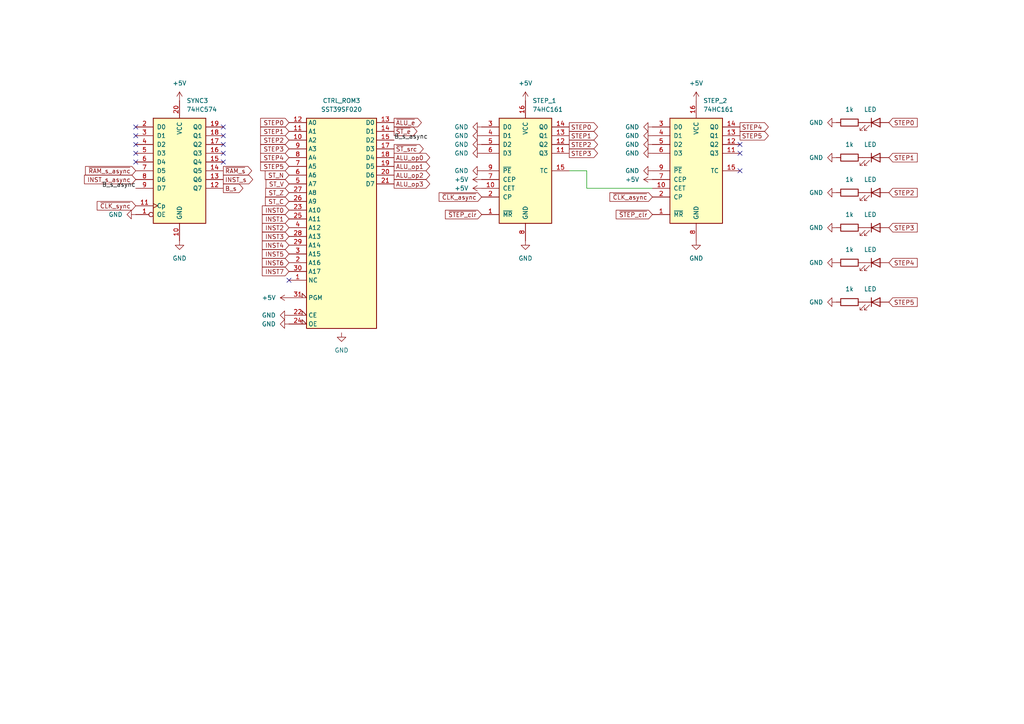
<source format=kicad_sch>
(kicad_sch (version 20211123) (generator eeschema)
  (paper "A4")
  (lib_symbols
    (symbol "74xx:74HCT574" (pin_names (offset 1.016))
      (property "Reference" "U" (at -7.62 16.51 0))
      (property "Value" "74HCT574" (at -7.62 -16.51 0))
      (symbol "74HCT574_1_0"
        (pin input inverted (at -12.7 -12.7 0) (length 5.08) (name "OE") (number "1"))
        (pin power_in line (at 0 -20.32 90) (length 5.08) (name "GND") (number "10"))
        (pin input clock (at -12.7 -10.16 0) (length 5.08) (name "Cp") (number "11"))
        (pin tri_state line (at 12.7 -5.08 180) (length 5.08) (name "Q7") (number "12"))
        (pin tri_state line (at 12.7 -2.54 180) (length 5.08) (name "Q6") (number "13"))
        (pin tri_state line (at 12.7 0 180) (length 5.08) (name "Q5") (number "14"))
        (pin tri_state line (at 12.7 2.54 180) (length 5.08) (name "Q4") (number "15"))
        (pin tri_state line (at 12.7 5.08 180) (length 5.08) (name "Q3") (number "16"))
        (pin tri_state line (at 12.7 7.62 180) (length 5.08) (name "Q2") (number "17"))
        (pin tri_state line (at 12.7 10.16 180) (length 5.08) (name "Q1") (number "18"))
        (pin tri_state line (at 12.7 12.7 180) (length 5.08) (name "Q0") (number "19"))
        (pin input line (at -12.7 12.7 0) (length 5.08) (name "D0") (number "2"))
        (pin power_in line (at 0 20.32 270) (length 5.08) (name "VCC") (number "20"))
        (pin input line (at -12.7 10.16 0) (length 5.08) (name "D1") (number "3"))
        (pin input line (at -12.7 7.62 0) (length 5.08) (name "D2") (number "4"))
        (pin input line (at -12.7 5.08 0) (length 5.08) (name "D3") (number "5"))
        (pin input line (at -12.7 2.54 0) (length 5.08) (name "D4") (number "6"))
        (pin input line (at -12.7 0 0) (length 5.08) (name "D5") (number "7"))
        (pin input line (at -12.7 -2.54 0) (length 5.08) (name "D6") (number "8"))
        (pin input line (at -12.7 -5.08 0) (length 5.08) (name "D7") (number "9"))
      )
      (symbol "74HCT574_1_1"
        (rectangle (start -7.62 15.24) (end 7.62 -15.24) (stroke (width 0.254)) (fill (type background)))
      )
    )
    (symbol "74xx:74LS161" (pin_names (offset 1.016))
      (property "Reference" "U" (at -7.62 16.51 0))
      (property "Value" "74LS161" (at -7.62 -16.51 0))
      (symbol "74LS161_1_0"
        (pin input line (at -12.7 -12.7 0) (length 5.08) (name "~{MR}") (number "1"))
        (pin input line (at -12.7 -5.08 0) (length 5.08) (name "CET") (number "10"))
        (pin output line (at 12.7 5.08 180) (length 5.08) (name "Q3") (number "11"))
        (pin output line (at 12.7 7.62 180) (length 5.08) (name "Q2") (number "12"))
        (pin output line (at 12.7 10.16 180) (length 5.08) (name "Q1") (number "13"))
        (pin output line (at 12.7 12.7 180) (length 5.08) (name "Q0") (number "14"))
        (pin output line (at 12.7 0 180) (length 5.08) (name "TC") (number "15"))
        (pin power_in line (at 0 20.32 270) (length 5.08) (name "VCC") (number "16"))
        (pin input line (at -12.7 -7.62 0) (length 5.08) (name "CP") (number "2"))
        (pin input line (at -12.7 12.7 0) (length 5.08) (name "D0") (number "3"))
        (pin input line (at -12.7 10.16 0) (length 5.08) (name "D1") (number "4"))
        (pin input line (at -12.7 7.62 0) (length 5.08) (name "D2") (number "5"))
        (pin input line (at -12.7 5.08 0) (length 5.08) (name "D3") (number "6"))
        (pin input line (at -12.7 -2.54 0) (length 5.08) (name "CEP") (number "7"))
        (pin power_in line (at 0 -20.32 90) (length 5.08) (name "GND") (number "8"))
        (pin input line (at -12.7 0 0) (length 5.08) (name "~{PE}") (number "9"))
      )
      (symbol "74LS161_1_1"
        (rectangle (start -7.62 15.24) (end 7.62 -15.24) (stroke (width 0.254)) (fill (type background)))
      )
    )
    (symbol "Device:LED" (pin_numbers hide) (pin_names (offset 1.016) hide)
      (property "Reference" "D" (at 0 2.54 0))
      (property "Value" "LED" (at 0 -2.54 0))
      (symbol "LED_0_1"
        (polyline (pts (xy -1.27 -1.27) (xy -1.27 1.27)) (stroke (width 0.254)))
        (polyline (pts (xy -1.27 0) (xy 1.27 0)))
        (polyline (pts (xy 1.27 -1.27) (xy 1.27 1.27) (xy -1.27 0) (xy 1.27 -1.27)) (stroke (width 0.254)))
        (polyline (pts (xy -3.048 -0.762) (xy -4.572 -2.286) (xy -3.81 -2.286) (xy -4.572 -2.286) (xy -4.572 -1.524)))
        (polyline (pts (xy -1.778 -0.762) (xy -3.302 -2.286) (xy -2.54 -2.286) (xy -3.302 -2.286) (xy -3.302 -1.524)))
      )
      (symbol "LED_1_1"
        (pin passive line (at -3.81 0 0) (length 2.54) (name "K") (number "1"))
        (pin passive line (at 3.81 0 180) (length 2.54) (name "A") (number "2"))
      )
    )
    (symbol "Device:R" (pin_numbers hide) (pin_names (offset 0))
      (property "Reference" "R" (at 2.032 0 90))
      (property "Value" "R" (at 0 0 90))
      (symbol "R_0_1"
        (rectangle (start -1.016 -2.54) (end 1.016 2.54) (stroke (width 0.254)))
      )
      (symbol "R_1_1"
        (pin passive line (at 0 3.81 270) (length 1.27) (name "~") (number "1"))
        (pin passive line (at 0 -3.81 90) (length 1.27) (name "~") (number "2"))
      )
    )
    (symbol "Memory_Flash:SST39SF020"
      (property "Reference" "U" (at 2.54 33.02 0))
      (property "Value" "SST39SF020" (at 0 -30.48 0))
      (symbol "SST39SF020_0_0"
        (pin power_in line (at 0 -30.48 90) (length 1.27) hide (name "GND") (number "16"))
        (pin power_in line (at 0 33.02 270) (length 1.27) hide (name "VCC") (number "32"))
      )
      (symbol "SST39SF020_0_1"
        (rectangle (start -10.16 31.75) (end 10.16 -29.21) (stroke (width 0.254)) (fill (type background)))
      )
      (symbol "SST39SF020_1_1"
        (pin input line (at -15.24 -15.24 0) (length 5.08) (name "NC") (number "1"))
        (pin input line (at -15.24 25.4 0) (length 5.08) (name "A2") (number "10"))
        (pin input line (at -15.24 27.94 0) (length 5.08) (name "A1") (number "11"))
        (pin input line (at -15.24 30.48 0) (length 5.08) (name "A0") (number "12"))
        (pin tri_state line (at 15.24 30.48 180) (length 5.08) (name "D0") (number "13"))
        (pin tri_state line (at 15.24 27.94 180) (length 5.08) (name "D1") (number "14"))
        (pin tri_state line (at 15.24 25.4 180) (length 5.08) (name "D2") (number "15"))
        (pin tri_state line (at 15.24 22.86 180) (length 5.08) (name "D3") (number "17"))
        (pin tri_state line (at 15.24 20.32 180) (length 5.08) (name "D4") (number "18"))
        (pin tri_state line (at 15.24 17.78 180) (length 5.08) (name "D5") (number "19"))
        (pin input line (at -15.24 -10.16 0) (length 5.08) (name "A16") (number "2"))
        (pin tri_state line (at 15.24 15.24 180) (length 5.08) (name "D6") (number "20"))
        (pin tri_state line (at 15.24 12.7 180) (length 5.08) (name "D7") (number "21"))
        (pin input input_low (at -15.24 -25.4 0) (length 5.08) (name "CE") (number "22"))
        (pin input line (at -15.24 5.08 0) (length 5.08) (name "A10") (number "23"))
        (pin input input_low (at -15.24 -27.94 0) (length 5.08) (name "OE") (number "24"))
        (pin input line (at -15.24 2.54 0) (length 5.08) (name "A11") (number "25"))
        (pin input line (at -15.24 7.62 0) (length 5.08) (name "A9") (number "26"))
        (pin input line (at -15.24 10.16 0) (length 5.08) (name "A8") (number "27"))
        (pin input line (at -15.24 -2.54 0) (length 5.08) (name "A13") (number "28"))
        (pin input line (at -15.24 -5.08 0) (length 5.08) (name "A14") (number "29"))
        (pin input line (at -15.24 -7.62 0) (length 5.08) (name "A15") (number "3"))
        (pin input line (at -15.24 -12.7 0) (length 5.08) (name "A17") (number "30"))
        (pin input input_low (at -15.24 -20.32 0) (length 5.08) (name "PGM") (number "31"))
        (pin input line (at -15.24 0 0) (length 5.08) (name "A12") (number "4"))
        (pin input line (at -15.24 12.7 0) (length 5.08) (name "A7") (number "5"))
        (pin input line (at -15.24 15.24 0) (length 5.08) (name "A6") (number "6"))
        (pin input line (at -15.24 17.78 0) (length 5.08) (name "A5") (number "7"))
        (pin input line (at -15.24 20.32 0) (length 5.08) (name "A4") (number "8"))
        (pin input line (at -15.24 22.86 0) (length 5.08) (name "A3") (number "9"))
      )
    )
    (symbol "power:+5V" (power) (pin_names (offset 0))
      (property "Value" "+5V" (at 0 3.556 0))
      (symbol "+5V_0_1"
        (polyline (pts (xy -0.762 1.27) (xy 0 2.54)))
        (polyline (pts (xy 0 0) (xy 0 2.54)))
        (polyline (pts (xy 0 2.54) (xy 0.762 1.27)))
      )
      (symbol "+5V_1_1"
        (pin power_in line (at 0 0 90) (length 0) hide (name "+5V") (number "1"))
      )
    )
    (symbol "power:GND" (power) (pin_names (offset 0))
      (property "Value" "GND" (at 0 -3.81 0))
      (symbol "GND_0_1"
        (polyline (pts (xy 0 0) (xy 0 -1.27) (xy 1.27 -1.27) (xy 0 -2.54) (xy -1.27 -1.27) (xy 0 -1.27)))
      )
      (symbol "GND_1_1"
        (pin power_in line (at 0 0 270) (length 0) hide (name "GND") (number "1"))
      )
    )
  )
  (no_connect (at 214.63 41.91))
  (no_connect (at 214.63 44.45))
  (no_connect (at 64.77 41.91))
  (no_connect (at 64.77 36.83))
  (no_connect (at 39.37 46.99))
  (no_connect (at 39.37 36.83))
  (no_connect (at 83.82 81.28))
  (no_connect (at 39.37 41.91))
  (no_connect (at 64.77 39.37))
  (no_connect (at 64.77 44.45))
  (no_connect (at 214.63 49.53))
  (no_connect (at 39.37 44.45))
  (no_connect (at 39.37 39.37))
  (no_connect (at 64.77 46.99))
  (wire (pts (xy 170.18 49.53) (xy 170.18 54.61)))
  (wire (pts (xy 165.1 49.53) (xy 170.18 49.53)))
  (wire (pts (xy 170.18 54.61) (xy 189.23 54.61)))
  (label "B_s_async" (at 39.37 54.61 180))
  (label "B_s_async" (at 114.3 40.64 0))
  (global_label "INST5" (shape input) (at 83.82 73.66 180) (property "Intersheet References" "${INTERSHEET_REFS}" (effects hide)))
  (global_label "~{CLK_sync}" (shape input) (at 39.37 59.69 180) (property "Intersheet References" "${INTERSHEET_REFS}" (effects hide)))
  (global_label "STEP4" (shape output) (at 214.63 36.83 0) (property "Intersheet References" "${INTERSHEET_REFS}" (effects hide)))
  (global_label "ST_Z" (shape input) (at 83.82 55.88 180) (property "Intersheet References" "${INTERSHEET_REFS}" (effects hide)))
  (global_label "~{ALU_e}" (shape output) (at 114.3 35.56 0) (property "Intersheet References" "${INTERSHEET_REFS}" (effects hide)))
  (global_label "STEP4" (shape input) (at 83.82 45.72 180) (property "Intersheet References" "${INTERSHEET_REFS}" (effects hide)))
  (global_label "INST_s" (shape output) (at 64.77 52.07 0) (property "Intersheet References" "${INTERSHEET_REFS}" (effects hide)))
  (global_label "STEP3" (shape output) (at 165.1 44.45 0) (property "Intersheet References" "${INTERSHEET_REFS}" (effects hide)))
  (global_label "INST3" (shape input) (at 83.82 68.58 180) (property "Intersheet References" "${INTERSHEET_REFS}" (effects hide)))
  (global_label "ALU_op3" (shape output) (at 114.3 53.34 0) (property "Intersheet References" "${INTERSHEET_REFS}" (effects hide)))
  (global_label "INST0" (shape input) (at 83.82 60.96 180) (property "Intersheet References" "${INTERSHEET_REFS}" (effects hide)))
  (global_label "~{RAM_s}" (shape output) (at 64.77 49.53 0) (property "Intersheet References" "${INTERSHEET_REFS}" (effects hide)))
  (global_label "ALU_op2" (shape output) (at 114.3 50.8 0) (property "Intersheet References" "${INTERSHEET_REFS}" (effects hide)))
  (global_label "~{CLK_async}" (shape input) (at 189.23 57.15 180) (property "Intersheet References" "${INTERSHEET_REFS}" (effects hide)))
  (global_label "INST7" (shape input) (at 83.82 78.74 180) (property "Intersheet References" "${INTERSHEET_REFS}" (effects hide)))
  (global_label "ST_V" (shape input) (at 83.82 53.34 180) (property "Intersheet References" "${INTERSHEET_REFS}" (effects hide)))
  (global_label "STEP1" (shape output) (at 165.1 39.37 0) (property "Intersheet References" "${INTERSHEET_REFS}" (effects hide)))
  (global_label "STEP5" (shape input) (at 257.81 87.63 0) (property "Intersheet References" "${INTERSHEET_REFS}" (effects hide)))
  (global_label "STEP0" (shape input) (at 257.81 35.56 0) (property "Intersheet References" "${INTERSHEET_REFS}" (effects hide)))
  (global_label "INST6" (shape input) (at 83.82 76.2 180) (property "Intersheet References" "${INTERSHEET_REFS}" (effects hide)))
  (global_label "INST_s_async" (shape input) (at 39.37 52.07 180) (property "Intersheet References" "${INTERSHEET_REFS}" (effects hide)))
  (global_label "~{STEP_clr}" (shape input) (at 189.23 62.23 180) (property "Intersheet References" "${INTERSHEET_REFS}" (effects hide)))
  (global_label "ST_N" (shape input) (at 83.82 50.8 180) (property "Intersheet References" "${INTERSHEET_REFS}" (effects hide)))
  (global_label "~{RAM_s_async}" (shape input) (at 39.37 49.53 180) (property "Intersheet References" "${INTERSHEET_REFS}" (effects hide)))
  (global_label "~{ST_src}" (shape output) (at 114.3 43.18 0) (property "Intersheet References" "${INTERSHEET_REFS}" (effects hide)))
  (global_label "STEP3" (shape input) (at 257.81 66.04 0) (property "Intersheet References" "${INTERSHEET_REFS}" (effects hide)))
  (global_label "STEP0" (shape input) (at 83.82 35.56 180) (property "Intersheet References" "${INTERSHEET_REFS}" (effects hide)))
  (global_label "INST2" (shape input) (at 83.82 66.04 180) (property "Intersheet References" "${INTERSHEET_REFS}" (effects hide)))
  (global_label "B_s" (shape output) (at 64.77 54.61 0) (property "Intersheet References" "${INTERSHEET_REFS}" (effects hide)))
  (global_label "STEP5" (shape output) (at 214.63 39.37 0) (property "Intersheet References" "${INTERSHEET_REFS}" (effects hide)))
  (global_label "STEP2" (shape output) (at 165.1 41.91 0) (property "Intersheet References" "${INTERSHEET_REFS}" (effects hide)))
  (global_label "INST4" (shape input) (at 83.82 71.12 180) (property "Intersheet References" "${INTERSHEET_REFS}" (effects hide)))
  (global_label "INST1" (shape input) (at 83.82 63.5 180) (property "Intersheet References" "${INTERSHEET_REFS}" (effects hide)))
  (global_label "ALU_op0" (shape output) (at 114.3 45.72 0) (property "Intersheet References" "${INTERSHEET_REFS}" (effects hide)))
  (global_label "ST_C" (shape input) (at 83.82 58.42 180) (property "Intersheet References" "${INTERSHEET_REFS}" (effects hide)))
  (global_label "STEP2" (shape input) (at 257.81 55.88 0) (property "Intersheet References" "${INTERSHEET_REFS}" (effects hide)))
  (global_label "STEP4" (shape input) (at 257.81 76.2 0) (property "Intersheet References" "${INTERSHEET_REFS}" (effects hide)))
  (global_label "~{CLK_async}" (shape input) (at 139.7 57.15 180) (property "Intersheet References" "${INTERSHEET_REFS}" (effects hide)))
  (global_label "STEP2" (shape input) (at 83.82 40.64 180) (property "Intersheet References" "${INTERSHEET_REFS}" (effects hide)))
  (global_label "STEP0" (shape output) (at 165.1 36.83 0) (property "Intersheet References" "${INTERSHEET_REFS}" (effects hide)))
  (global_label "STEP3" (shape input) (at 83.82 43.18 180) (property "Intersheet References" "${INTERSHEET_REFS}" (effects hide)))
  (global_label "STEP1" (shape input) (at 83.82 38.1 180) (property "Intersheet References" "${INTERSHEET_REFS}" (effects hide)))
  (global_label "~{STEP_clr}" (shape input) (at 139.7 62.23 180) (property "Intersheet References" "${INTERSHEET_REFS}" (effects hide)))
  (global_label "STEP5" (shape input) (at 83.82 48.26 180) (property "Intersheet References" "${INTERSHEET_REFS}" (effects hide)))
  (global_label "~{ST_e}" (shape output) (at 114.3 38.1 0) (property "Intersheet References" "${INTERSHEET_REFS}" (effects hide)))
  (global_label "ALU_op1" (shape output) (at 114.3 48.26 0) (property "Intersheet References" "${INTERSHEET_REFS}" (effects hide)))
  (global_label "STEP1" (shape input) (at 257.81 45.72 0) (property "Intersheet References" "${INTERSHEET_REFS}" (effects hide)))
  (symbol (lib_id "Memory_Flash:SST39SF020") (at 99.06 66.04 0) (unit 1)
    (property "Reference" "CTRL_ROM3" (at 99.06 29.21 0))
    (property "Value" "SST39SF020" (at 99.06 31.75 0))
    (property "Datasheet" "http://ww1.microchip.com/downloads/en/DeviceDoc/25022B.pdf" (effects hide))
  )
  (symbol (lib_id "power:GND") (at 189.23 36.83 270) (unit 1)
    (property "Reference" "#PWR0249" (effects hide))
    (property "Value" "GND" (at 185.42 36.8299 90) (effects (justify right)))
  )
  (symbol (lib_id "Device:R") (at 246.38 55.88 270) (unit 1)
    (property "Reference" "RSTEP2" (effects hide))
    (property "Value" "1k" (at 246.38 52.07 90))
  )
  (symbol (lib_id "Device:R") (at 246.38 45.72 270) (unit 1)
    (property "Reference" "RSTEP1" (effects hide))
    (property "Value" "1k" (at 246.38 41.91 90))
  )
  (symbol (lib_id "Device:R") (at 246.38 35.56 270) (unit 1)
    (property "Reference" "RSTEP0" (effects hide))
    (property "Value" "1k" (at 246.38 31.75 90))
  )
  (symbol (lib_id "power:GND") (at 139.7 39.37 270) (unit 1)
    (property "Reference" "#PWR0256" (effects hide))
    (property "Value" "GND" (at 135.89 39.3699 90) (effects (justify right)))
  )
  (symbol (lib_id "Device:LED") (at 254 66.04 0) (unit 1)
    (property "Reference" "LEDSTEP3" (effects hide))
    (property "Value" "LED" (at 252.4125 62.23 0))
  )
  (symbol (lib_id "Device:R") (at 246.38 66.04 270) (unit 1)
    (property "Reference" "RSTEP3" (effects hide))
    (property "Value" "1k" (at 246.38 62.23 90))
  )
  (symbol (lib_id "power:+5V") (at 201.93 29.21 0) (unit 1)
    (property "Reference" "#PWR0250" (effects hide))
    (property "Value" "+5V" (at 201.93 24.13 0))
  )
  (symbol (lib_id "power:GND") (at 242.57 55.88 270) (unit 1)
    (property "Reference" "#PWR0300" (effects hide))
    (property "Value" "GND" (at 238.76 55.8799 90) (effects (justify right)))
  )
  (symbol (lib_id "power:+5V") (at 189.23 52.07 90) (unit 1)
    (property "Reference" "#PWR0245" (effects hide))
    (property "Value" "+5V" (at 185.42 52.0699 90) (effects (justify left)))
  )
  (symbol (lib_id "power:GND") (at 242.57 76.2 270) (unit 1)
    (property "Reference" "#PWR0301" (effects hide))
    (property "Value" "GND" (at 238.76 76.1999 90) (effects (justify right)))
  )
  (symbol (lib_id "power:GND") (at 189.23 44.45 270) (unit 1)
    (property "Reference" "#PWR0251" (effects hide))
    (property "Value" "GND" (at 185.42 44.4499 90) (effects (justify right)))
  )
  (symbol (lib_id "74xx:74LS161") (at 152.4 49.53 0) (unit 1)
    (property "Reference" "STEP_1" (at 154.4194 29.21 0) (effects (justify left)))
    (property "Value" "74HC161" (at 154.4194 31.75 0) (effects (justify left)))
    (property "Datasheet" "http://www.ti.com/lit/gpn/sn74LS161" (effects hide))
  )
  (symbol (lib_id "power:+5V") (at 52.07 29.21 0) (unit 1)
    (property "Reference" "#PWR0261" (effects hide))
    (property "Value" "+5V" (at 52.07 24.13 0))
  )
  (symbol (lib_id "power:GND") (at 152.4 69.85 0) (unit 1)
    (property "Reference" "#PWR0246" (effects hide))
    (property "Value" "GND" (at 152.4 74.93 0))
  )
  (symbol (lib_id "Device:LED") (at 254 87.63 0) (unit 1)
    (property "Reference" "LEDSTEP5" (effects hide))
    (property "Value" "LED" (at 252.4125 83.82 0))
  )
  (symbol (lib_id "power:GND") (at 242.57 35.56 270) (unit 1)
    (property "Reference" "#PWR0298" (effects hide))
    (property "Value" "GND" (at 238.76 35.5599 90) (effects (justify right)))
  )
  (symbol (lib_id "Device:R") (at 246.38 76.2 270) (unit 1)
    (property "Reference" "RSTEP4" (effects hide))
    (property "Value" "1k" (at 246.38 72.39 90))
  )
  (symbol (lib_id "power:GND") (at 139.7 36.83 270) (unit 1)
    (property "Reference" "#PWR0257" (effects hide))
    (property "Value" "GND" (at 135.89 36.8299 90) (effects (justify right)))
  )
  (symbol (lib_id "Device:LED") (at 254 35.56 0) (unit 1)
    (property "Reference" "LEDSTEP0" (effects hide))
    (property "Value" "LED" (at 252.4125 31.75 0))
  )
  (symbol (lib_id "power:GND") (at 99.06 96.52 0) (unit 1)
    (property "Reference" "#PWR0264" (effects hide))
    (property "Value" "GND" (at 99.06 101.6 0))
  )
  (symbol (lib_id "power:+5V") (at 152.4 29.21 0) (unit 1)
    (property "Reference" "#PWR0254" (effects hide))
    (property "Value" "+5V" (at 152.4 24.13 0))
  )
  (symbol (lib_id "power:GND") (at 83.82 91.44 270) (unit 1)
    (property "Reference" "#PWR0266" (effects hide))
    (property "Value" "GND" (at 80.01 91.4399 90) (effects (justify right)))
  )
  (symbol (lib_id "power:GND") (at 139.7 41.91 270) (unit 1)
    (property "Reference" "#PWR0253" (effects hide))
    (property "Value" "GND" (at 135.89 41.9099 90) (effects (justify right)))
  )
  (symbol (lib_id "power:GND") (at 242.57 87.63 270) (unit 1)
    (property "Reference" "#PWR0302" (effects hide))
    (property "Value" "GND" (at 238.76 87.6299 90) (effects (justify right)))
  )
  (symbol (lib_id "power:GND") (at 139.7 44.45 270) (unit 1)
    (property "Reference" "#PWR0255" (effects hide))
    (property "Value" "GND" (at 135.89 44.4499 90) (effects (justify right)))
  )
  (symbol (lib_id "power:+5V") (at 139.7 54.61 90) (unit 1)
    (property "Reference" "#PWR0263" (effects hide))
    (property "Value" "+5V" (at 135.89 54.6099 90) (effects (justify left)))
  )
  (symbol (lib_id "power:+5V") (at 139.7 52.07 90) (unit 1)
    (property "Reference" "#PWR0262" (effects hide))
    (property "Value" "+5V" (at 135.89 52.0699 90) (effects (justify left)))
  )
  (symbol (lib_id "power:GND") (at 83.82 93.98 270) (unit 1)
    (property "Reference" "#PWR0267" (effects hide))
    (property "Value" "GND" (at 80.01 93.9799 90) (effects (justify right)))
  )
  (symbol (lib_id "Device:R") (at 246.38 87.63 270) (unit 1)
    (property "Reference" "RSTEP5" (effects hide))
    (property "Value" "1k" (at 246.38 83.82 90))
  )
  (symbol (lib_id "Device:LED") (at 254 55.88 0) (unit 1)
    (property "Reference" "LEDSTEP2" (effects hide))
    (property "Value" "LED" (at 252.4125 52.07 0))
  )
  (symbol (lib_id "Device:LED") (at 254 45.72 0) (unit 1)
    (property "Reference" "LEDSTEP1" (effects hide))
    (property "Value" "LED" (at 252.4125 41.91 0))
  )
  (symbol (lib_id "Device:LED") (at 254 76.2 0) (unit 1)
    (property "Reference" "LEDSTEP4" (effects hide))
    (property "Value" "LED" (at 252.4125 72.39 0))
  )
  (symbol (lib_id "power:GND") (at 242.57 66.04 270) (unit 1)
    (property "Reference" "#PWR0299" (effects hide))
    (property "Value" "GND" (at 238.76 66.0399 90) (effects (justify right)))
  )
  (symbol (lib_id "power:GND") (at 189.23 49.53 270) (unit 1)
    (property "Reference" "#PWR0244" (effects hide))
    (property "Value" "GND" (at 185.42 49.5299 90) (effects (justify right)))
  )
  (symbol (lib_id "74xx:74LS161") (at 201.93 49.53 0) (unit 1)
    (property "Reference" "STEP_2" (at 203.9494 29.21 0) (effects (justify left)))
    (property "Value" "74HC161" (at 203.9494 31.75 0) (effects (justify left)))
    (property "Datasheet" "http://www.ti.com/lit/gpn/sn74LS161" (effects hide))
  )
  (symbol (lib_id "power:GND") (at 189.23 41.91 270) (unit 1)
    (property "Reference" "#PWR0248" (effects hide))
    (property "Value" "GND" (at 185.42 41.9099 90) (effects (justify right)))
  )
  (symbol (lib_id "power:+5V") (at 83.82 86.36 90) (unit 1)
    (property "Reference" "#PWR0129" (effects hide))
    (property "Value" "+5V" (at 80.01 86.3599 90) (effects (justify left)))
  )
  (symbol (lib_id "74xx:74HCT574") (at 52.07 49.53 0) (unit 1)
    (property "Reference" "SYNC3" (at 54.0894 29.21 0) (effects (justify left)))
    (property "Value" "74HC574" (at 54.0894 31.75 0) (effects (justify left)))
    (property "Datasheet" "http://www.ti.com/lit/gpn/sn74HCT574" (effects hide))
  )
  (symbol (lib_id "power:GND") (at 39.37 62.23 270) (unit 1)
    (property "Reference" "#PWR0259" (effects hide))
    (property "Value" "GND" (at 35.56 62.2299 90) (effects (justify right)))
  )
  (symbol (lib_id "power:GND") (at 139.7 49.53 270) (unit 1)
    (property "Reference" "#PWR0258" (effects hide))
    (property "Value" "GND" (at 135.89 49.5299 90) (effects (justify right)))
  )
  (symbol (lib_id "power:GND") (at 189.23 39.37 270) (unit 1)
    (property "Reference" "#PWR0247" (effects hide))
    (property "Value" "GND" (at 185.42 39.3699 90) (effects (justify right)))
  )
  (symbol (lib_id "power:GND") (at 201.93 69.85 0) (unit 1)
    (property "Reference" "#PWR0252" (effects hide))
    (property "Value" "GND" (at 201.93 74.93 0))
  )
  (symbol (lib_id "power:GND") (at 242.57 45.72 270) (unit 1)
    (property "Reference" "#PWR0297" (effects hide))
    (property "Value" "GND" (at 238.76 45.7199 90) (effects (justify right)))
  )
  (symbol (lib_id "power:GND") (at 52.07 69.85 0) (unit 1)
    (property "Reference" "#PWR0260" (effects hide))
    (property "Value" "GND" (at 52.07 74.93 0))
  )
)
</source>
